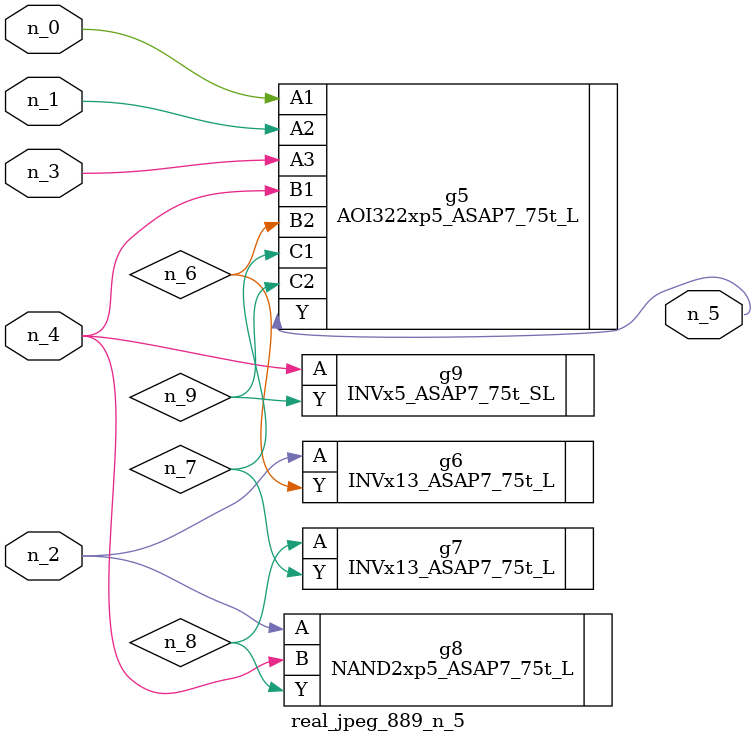
<source format=v>
module real_jpeg_889_n_5 (n_4, n_0, n_1, n_2, n_3, n_5);

input n_4;
input n_0;
input n_1;
input n_2;
input n_3;

output n_5;

wire n_8;
wire n_6;
wire n_7;
wire n_9;

AOI322xp5_ASAP7_75t_L g5 ( 
.A1(n_0),
.A2(n_1),
.A3(n_3),
.B1(n_4),
.B2(n_6),
.C1(n_7),
.C2(n_9),
.Y(n_5)
);

INVx13_ASAP7_75t_L g6 ( 
.A(n_2),
.Y(n_6)
);

NAND2xp5_ASAP7_75t_L g8 ( 
.A(n_2),
.B(n_4),
.Y(n_8)
);

INVx5_ASAP7_75t_SL g9 ( 
.A(n_4),
.Y(n_9)
);

INVx13_ASAP7_75t_L g7 ( 
.A(n_8),
.Y(n_7)
);


endmodule
</source>
